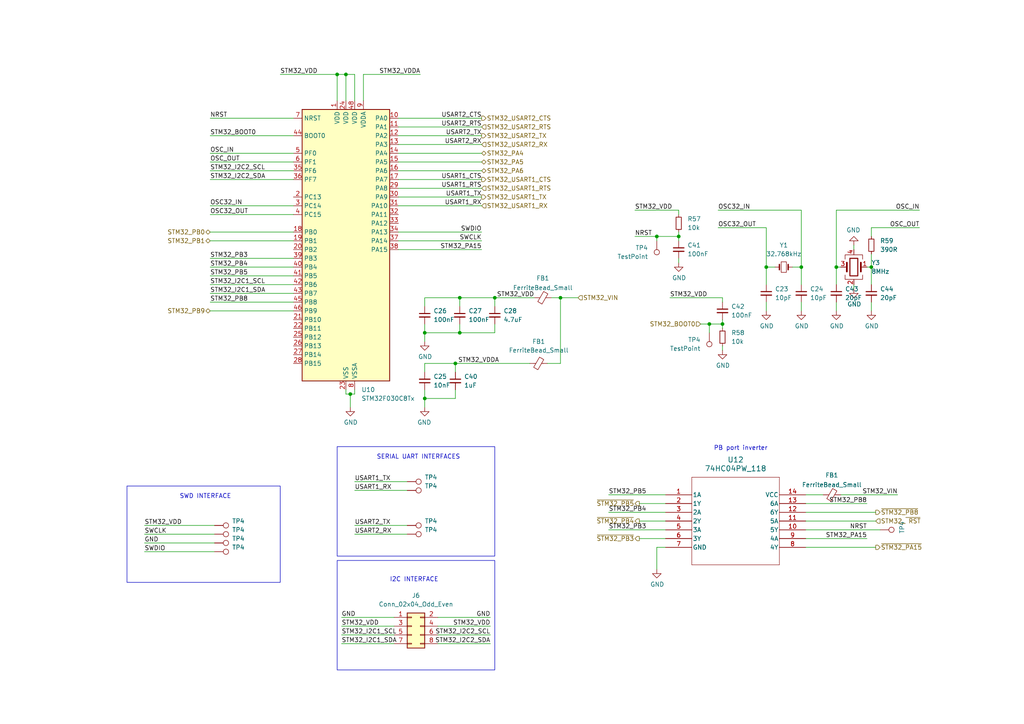
<source format=kicad_sch>
(kicad_sch (version 20230121) (generator eeschema)
  (paper "A4")
  (lib_symbols
    (symbol "2023-07-14_13-48-07:74HC04PW_118" (pin_names (offset 0.254))
      (property "Reference" "U" (at 20.32 10.16 0))
      (property "Value" "74HC04PW_118" (at 20.32 7.62 0))
      (symbol "74HC04PW_118_0_1"
        (polyline (pts (xy 7.62 -20.32) (xy 33.02 -20.32)) (stroke (width 0.127)))
        (polyline (pts (xy 7.62 5.08) (xy 7.62 -20.32)) (stroke (width 0.127)))
        (polyline (pts (xy 33.02 -20.32) (xy 33.02 5.08)) (stroke (width 0.127)))
        (polyline (pts (xy 33.02 5.08) (xy 7.62 5.08)) (stroke (width 0.127)))
        (pin input line (at 0 0 0) (length 7.62) (name "1A") (number "1"))
        (pin output line (at 40.64 -10.16 180) (length 7.62) (name "5Y") (number "10"))
        (pin input line (at 40.64 -7.62 180) (length 7.62) (name "5A") (number "11"))
        (pin output line (at 40.64 -5.08 180) (length 7.62) (name "6Y") (number "12"))
        (pin input line (at 40.64 -2.54 180) (length 7.62) (name "6A") (number "13"))
        (pin power_in line (at 40.64 0 180) (length 7.62) (name "VCC") (number "14"))
        (pin output line (at 0 -2.54 0) (length 7.62) (name "1Y") (number "2"))
        (pin input line (at 0 -5.08 0) (length 7.62) (name "2A") (number "3"))
        (pin output line (at 0 -7.62 0) (length 7.62) (name "2Y") (number "4"))
        (pin input line (at 0 -10.16 0) (length 7.62) (name "3A") (number "5"))
        (pin output line (at 0 -12.7 0) (length 7.62) (name "3Y") (number "6"))
        (pin power_out line (at 0 -15.24 0) (length 7.62) (name "GND") (number "7"))
        (pin output line (at 40.64 -15.24 180) (length 7.62) (name "4Y") (number "8"))
        (pin input line (at 40.64 -12.7 180) (length 7.62) (name "4A") (number "9"))
      )
    )
    (symbol "Connector:TestPoint" (pin_numbers hide) (pin_names (offset 0.762) hide)
      (property "Reference" "TP" (at 0 6.858 0))
      (property "Value" "TestPoint" (at 0 5.08 0))
      (symbol "TestPoint_0_1"
        (circle (center 0 3.302) (radius 0.762))
      )
      (symbol "TestPoint_1_1"
        (pin passive line (at 0 0 90) (length 2.54) (name "1") (number "1"))
      )
    )
    (symbol "Connector_Generic:Conn_02x04_Odd_Even" (pin_names (offset 1.016) hide)
      (property "Reference" "J" (at 1.27 5.08 0))
      (property "Value" "Conn_02x04_Odd_Even" (at 1.27 -7.62 0))
      (symbol "Conn_02x04_Odd_Even_1_1"
        (rectangle (start -1.27 -4.953) (end 0 -5.207) (stroke (width 0.1524)))
        (rectangle (start -1.27 -2.413) (end 0 -2.667) (stroke (width 0.1524)))
        (rectangle (start -1.27 0.127) (end 0 -0.127) (stroke (width 0.1524)))
        (rectangle (start -1.27 2.667) (end 0 2.413) (stroke (width 0.1524)))
        (rectangle (start -1.27 3.81) (end 3.81 -6.35) (stroke (width 0.254)) (fill (type background)))
        (rectangle (start 3.81 -4.953) (end 2.54 -5.207) (stroke (width 0.1524)))
        (rectangle (start 3.81 -2.413) (end 2.54 -2.667) (stroke (width 0.1524)))
        (rectangle (start 3.81 0.127) (end 2.54 -0.127) (stroke (width 0.1524)))
        (rectangle (start 3.81 2.667) (end 2.54 2.413) (stroke (width 0.1524)))
        (pin passive line (at -5.08 2.54 0) (length 3.81) (name "Pin_1") (number "1"))
        (pin passive line (at 7.62 2.54 180) (length 3.81) (name "Pin_2") (number "2"))
        (pin passive line (at -5.08 0 0) (length 3.81) (name "Pin_3") (number "3"))
        (pin passive line (at 7.62 0 180) (length 3.81) (name "Pin_4") (number "4"))
        (pin passive line (at -5.08 -2.54 0) (length 3.81) (name "Pin_5") (number "5"))
        (pin passive line (at 7.62 -2.54 180) (length 3.81) (name "Pin_6") (number "6"))
        (pin passive line (at -5.08 -5.08 0) (length 3.81) (name "Pin_7") (number "7"))
        (pin passive line (at 7.62 -5.08 180) (length 3.81) (name "Pin_8") (number "8"))
      )
    )
    (symbol "Device:C_Small" (pin_numbers hide) (pin_names (offset 0.254) hide)
      (property "Reference" "C" (at 0.254 1.778 0))
      (property "Value" "C_Small" (at 0.254 -2.032 0))
      (symbol "C_Small_0_1"
        (polyline (pts (xy -1.524 -0.508) (xy 1.524 -0.508)) (stroke (width 0.3302)))
        (polyline (pts (xy -1.524 0.508) (xy 1.524 0.508)) (stroke (width 0.3048)))
      )
      (symbol "C_Small_1_1"
        (pin passive line (at 0 2.54 270) (length 2.032) (name "~") (number "1"))
        (pin passive line (at 0 -2.54 90) (length 2.032) (name "~") (number "2"))
      )
    )
    (symbol "Device:Crystal_GND24" (pin_names (offset 1.016) hide)
      (property "Reference" "Y" (at 3.175 5.08 0))
      (property "Value" "Crystal_GND24" (at 3.175 3.175 0))
      (symbol "Crystal_GND24_0_1"
        (rectangle (start -1.143 2.54) (end 1.143 -2.54) (stroke (width 0.3048)))
        (polyline (pts (xy -2.54 0) (xy -2.032 0)))
        (polyline (pts (xy -2.032 -1.27) (xy -2.032 1.27)) (stroke (width 0.508)))
        (polyline (pts (xy 0 -3.81) (xy 0 -3.556)))
        (polyline (pts (xy 0 3.556) (xy 0 3.81)))
        (polyline (pts (xy 2.032 -1.27) (xy 2.032 1.27)) (stroke (width 0.508)))
        (polyline (pts (xy 2.032 0) (xy 2.54 0)))
        (polyline (pts (xy -2.54 -2.286) (xy -2.54 -3.556) (xy 2.54 -3.556) (xy 2.54 -2.286)))
        (polyline (pts (xy -2.54 2.286) (xy -2.54 3.556) (xy 2.54 3.556) (xy 2.54 2.286)))
      )
      (symbol "Crystal_GND24_1_1"
        (pin passive line (at -3.81 0 0) (length 1.27) (name "1") (number "1"))
        (pin passive line (at 0 5.08 270) (length 1.27) (name "2") (number "2"))
        (pin passive line (at 3.81 0 180) (length 1.27) (name "3") (number "3"))
        (pin passive line (at 0 -5.08 90) (length 1.27) (name "4") (number "4"))
      )
    )
    (symbol "Device:Crystal_Small" (pin_numbers hide) (pin_names (offset 1.016) hide)
      (property "Reference" "Y" (at 0 2.54 0))
      (property "Value" "Crystal_Small" (at 0 -2.54 0))
      (symbol "Crystal_Small_0_1"
        (rectangle (start -0.762 -1.524) (end 0.762 1.524))
        (polyline (pts (xy -1.27 -0.762) (xy -1.27 0.762)) (stroke (width 0.381)))
        (polyline (pts (xy 1.27 -0.762) (xy 1.27 0.762)) (stroke (width 0.381)))
      )
      (symbol "Crystal_Small_1_1"
        (pin passive line (at -2.54 0 0) (length 1.27) (name "1") (number "1"))
        (pin passive line (at 2.54 0 180) (length 1.27) (name "2") (number "2"))
      )
    )
    (symbol "Device:FerriteBead_Small" (pin_numbers hide) (pin_names (offset 0))
      (property "Reference" "FB" (at 1.905 1.27 0))
      (property "Value" "FerriteBead_Small" (at 1.905 -1.27 0))
      (symbol "FerriteBead_Small_0_1"
        (polyline (pts (xy 0 -1.27) (xy 0 -0.7874)))
        (polyline (pts (xy 0 0.889) (xy 0 1.2954)))
        (polyline (pts (xy -1.8288 0.2794) (xy -1.1176 1.4986) (xy 1.8288 -0.2032) (xy 1.1176 -1.4224) (xy -1.8288 0.2794)))
      )
      (symbol "FerriteBead_Small_1_1"
        (pin passive line (at 0 2.54 270) (length 1.27) (name "~") (number "1"))
        (pin passive line (at 0 -2.54 90) (length 1.27) (name "~") (number "2"))
      )
    )
    (symbol "Device:R_Small" (pin_numbers hide) (pin_names (offset 0.254) hide)
      (property "Reference" "R" (at 0.762 0.508 0))
      (property "Value" "R_Small" (at 0.762 -1.016 0))
      (symbol "R_Small_0_1"
        (rectangle (start -0.762 1.778) (end 0.762 -1.778) (stroke (width 0.2032)))
      )
      (symbol "R_Small_1_1"
        (pin passive line (at 0 2.54 270) (length 0.762) (name "~") (number "1"))
        (pin passive line (at 0 -2.54 90) (length 0.762) (name "~") (number "2"))
      )
    )
    (symbol "MCU_ST_STM32F0:STM32F030C8Tx"
      (property "Reference" "U" (at -12.7 41.91 0))
      (property "Value" "STM32F030C8Tx" (at 7.62 41.91 0))
      (symbol "STM32F030C8Tx_0_1"
        (rectangle (start -12.7 -38.1) (end 12.7 40.64) (stroke (width 0.254)) (fill (type background)))
      )
      (symbol "STM32F030C8Tx_1_1"
        (pin power_in line (at -2.54 43.18 270) (length 2.54) (name "VDD") (number "1"))
        (pin bidirectional line (at 15.24 38.1 180) (length 2.54) (name "PA0") (number "10"))
        (pin bidirectional line (at 15.24 35.56 180) (length 2.54) (name "PA1") (number "11"))
        (pin bidirectional line (at 15.24 33.02 180) (length 2.54) (name "PA2") (number "12"))
        (pin bidirectional line (at 15.24 30.48 180) (length 2.54) (name "PA3") (number "13"))
        (pin bidirectional line (at 15.24 27.94 180) (length 2.54) (name "PA4") (number "14"))
        (pin bidirectional line (at 15.24 25.4 180) (length 2.54) (name "PA5") (number "15"))
        (pin bidirectional line (at 15.24 22.86 180) (length 2.54) (name "PA6") (number "16"))
        (pin bidirectional line (at 15.24 20.32 180) (length 2.54) (name "PA7") (number "17"))
        (pin bidirectional line (at -15.24 5.08 0) (length 2.54) (name "PB0") (number "18"))
        (pin bidirectional line (at -15.24 2.54 0) (length 2.54) (name "PB1") (number "19"))
        (pin bidirectional line (at -15.24 15.24 0) (length 2.54) (name "PC13") (number "2"))
        (pin bidirectional line (at -15.24 0 0) (length 2.54) (name "PB2") (number "20"))
        (pin bidirectional line (at -15.24 -20.32 0) (length 2.54) (name "PB10") (number "21"))
        (pin bidirectional line (at -15.24 -22.86 0) (length 2.54) (name "PB11") (number "22"))
        (pin power_in line (at 0 -40.64 90) (length 2.54) (name "VSS") (number "23"))
        (pin power_in line (at 0 43.18 270) (length 2.54) (name "VDD") (number "24"))
        (pin bidirectional line (at -15.24 -25.4 0) (length 2.54) (name "PB12") (number "25"))
        (pin bidirectional line (at -15.24 -27.94 0) (length 2.54) (name "PB13") (number "26"))
        (pin bidirectional line (at -15.24 -30.48 0) (length 2.54) (name "PB14") (number "27"))
        (pin bidirectional line (at -15.24 -33.02 0) (length 2.54) (name "PB15") (number "28"))
        (pin bidirectional line (at 15.24 17.78 180) (length 2.54) (name "PA8") (number "29"))
        (pin bidirectional line (at -15.24 12.7 0) (length 2.54) (name "PC14") (number "3"))
        (pin bidirectional line (at 15.24 15.24 180) (length 2.54) (name "PA9") (number "30"))
        (pin bidirectional line (at 15.24 12.7 180) (length 2.54) (name "PA10") (number "31"))
        (pin bidirectional line (at 15.24 10.16 180) (length 2.54) (name "PA11") (number "32"))
        (pin bidirectional line (at 15.24 7.62 180) (length 2.54) (name "PA12") (number "33"))
        (pin bidirectional line (at 15.24 5.08 180) (length 2.54) (name "PA13") (number "34"))
        (pin bidirectional line (at -15.24 22.86 0) (length 2.54) (name "PF6") (number "35"))
        (pin bidirectional line (at -15.24 20.32 0) (length 2.54) (name "PF7") (number "36"))
        (pin bidirectional line (at 15.24 2.54 180) (length 2.54) (name "PA14") (number "37"))
        (pin bidirectional line (at 15.24 0 180) (length 2.54) (name "PA15") (number "38"))
        (pin bidirectional line (at -15.24 -2.54 0) (length 2.54) (name "PB3") (number "39"))
        (pin bidirectional line (at -15.24 10.16 0) (length 2.54) (name "PC15") (number "4"))
        (pin bidirectional line (at -15.24 -5.08 0) (length 2.54) (name "PB4") (number "40"))
        (pin bidirectional line (at -15.24 -7.62 0) (length 2.54) (name "PB5") (number "41"))
        (pin bidirectional line (at -15.24 -10.16 0) (length 2.54) (name "PB6") (number "42"))
        (pin bidirectional line (at -15.24 -12.7 0) (length 2.54) (name "PB7") (number "43"))
        (pin input line (at -15.24 33.02 0) (length 2.54) (name "BOOT0") (number "44"))
        (pin bidirectional line (at -15.24 -15.24 0) (length 2.54) (name "PB8") (number "45"))
        (pin bidirectional line (at -15.24 -17.78 0) (length 2.54) (name "PB9") (number "46"))
        (pin passive line (at 0 -40.64 90) (length 2.54) hide (name "VSS") (number "47"))
        (pin power_in line (at 2.54 43.18 270) (length 2.54) (name "VDD") (number "48"))
        (pin bidirectional line (at -15.24 27.94 0) (length 2.54) (name "PF0") (number "5"))
        (pin bidirectional line (at -15.24 25.4 0) (length 2.54) (name "PF1") (number "6"))
        (pin input line (at -15.24 38.1 0) (length 2.54) (name "NRST") (number "7"))
        (pin power_in line (at 2.54 -40.64 90) (length 2.54) (name "VSSA") (number "8"))
        (pin power_in line (at 5.08 43.18 270) (length 2.54) (name "VDDA") (number "9"))
      )
    )
    (symbol "power:GND" (power) (pin_names (offset 0))
      (property "Value" "GND" (at 0 -3.81 0))
      (symbol "GND_0_1"
        (polyline (pts (xy 0 0) (xy 0 -1.27) (xy 1.27 -1.27) (xy 0 -2.54) (xy -1.27 -1.27) (xy 0 -1.27)))
      )
      (symbol "GND_1_1"
        (pin power_in line (at 0 0 270) (length 0) hide (name "GND") (number "1"))
      )
    )
  )
  (junction (at 196.85 68.58))
  (junction (at 222.25 77.47))
  (junction (at 123.19 96.52))
  (junction (at 100.33 21.59))
  (junction (at 123.19 115.57))
  (junction (at 252.73 77.47))
  (junction (at 132.08 105.41))
  (junction (at 205.74 93.98))
  (junction (at 242.57 77.47))
  (junction (at 133.35 96.52))
  (junction (at 209.55 93.98))
  (junction (at 97.79 21.59))
  (junction (at 133.35 86.36))
  (junction (at 101.6 114.3))
  (junction (at 162.56 86.36))
  (junction (at 143.51 86.36))
  (junction (at 190.5 68.58))
  (junction (at 232.41 77.47))
  (wire (pts (xy 252.73 77.47) (xy 252.73 82.55)))
  (wire (pts (xy 233.68 148.59) (xy 254 148.59)))
  (wire (pts (xy 102.87 154.94) (xy 118.11 154.94)))
  (wire (pts (xy 139.7 57.15) (xy 115.57 57.15)))
  (wire (pts (xy 139.7 39.37) (xy 115.57 39.37)))
  (wire (pts (xy 233.68 153.67) (xy 255.27 153.67)))
  (wire (pts (xy 123.19 96.52) (xy 133.35 96.52)))
  (wire (pts (xy 60.96 52.07) (xy 85.09 52.07)))
  (wire (pts (xy 139.7 34.29) (xy 115.57 34.29)))
  (wire (pts (xy 205.74 93.98) (xy 205.74 96.52)))
  (wire (pts (xy 196.85 62.23) (xy 196.85 60.96)))
  (wire (pts (xy 105.41 21.59) (xy 105.41 29.21)))
  (wire (pts (xy 196.85 74.93) (xy 196.85 76.2)))
  (wire (pts (xy 266.7 66.04) (xy 252.73 66.04)))
  (wire (pts (xy 99.06 186.69) (xy 114.3 186.69)))
  (wire (pts (xy 209.55 87.63) (xy 209.55 86.36)))
  (wire (pts (xy 41.91 157.48) (xy 62.23 157.48)))
  (wire (pts (xy 100.33 29.21) (xy 100.33 21.59)))
  (wire (pts (xy 123.19 93.98) (xy 123.19 96.52)))
  (wire (pts (xy 60.96 49.53) (xy 85.09 49.53)))
  (wire (pts (xy 160.02 86.36) (xy 162.56 86.36)))
  (wire (pts (xy 196.85 67.31) (xy 196.85 68.58)))
  (wire (pts (xy 41.91 160.02) (xy 62.23 160.02)))
  (wire (pts (xy 209.55 100.33) (xy 209.55 101.6)))
  (wire (pts (xy 185.42 146.05) (xy 193.04 146.05)))
  (wire (pts (xy 251.46 156.21) (xy 233.68 156.21)))
  (wire (pts (xy 184.15 68.58) (xy 190.5 68.58)))
  (wire (pts (xy 209.55 93.98) (xy 209.55 95.25)))
  (wire (pts (xy 142.24 181.61) (xy 127 181.61)))
  (wire (pts (xy 60.96 87.63) (xy 85.09 87.63)))
  (wire (pts (xy 115.57 46.99) (xy 139.7 46.99)))
  (wire (pts (xy 242.57 60.96) (xy 242.57 77.47)))
  (wire (pts (xy 203.2 93.98) (xy 205.74 93.98)))
  (wire (pts (xy 132.08 115.57) (xy 132.08 113.03)))
  (wire (pts (xy 123.19 115.57) (xy 132.08 115.57)))
  (wire (pts (xy 209.55 92.71) (xy 209.55 93.98)))
  (wire (pts (xy 232.41 82.55) (xy 232.41 77.47)))
  (wire (pts (xy 133.35 86.36) (xy 133.35 88.9)))
  (wire (pts (xy 184.15 60.96) (xy 196.85 60.96)))
  (wire (pts (xy 123.19 96.52) (xy 123.19 99.06)))
  (wire (pts (xy 222.25 82.55) (xy 222.25 77.47)))
  (wire (pts (xy 162.56 86.36) (xy 167.64 86.36)))
  (wire (pts (xy 102.87 142.24) (xy 118.11 142.24)))
  (wire (pts (xy 247.65 82.55) (xy 247.65 83.82)))
  (wire (pts (xy 97.79 21.59) (xy 100.33 21.59)))
  (wire (pts (xy 247.65 71.12) (xy 247.65 72.39)))
  (wire (pts (xy 139.7 41.91) (xy 115.57 41.91)))
  (wire (pts (xy 193.04 158.75) (xy 190.5 158.75)))
  (wire (pts (xy 60.96 46.99) (xy 85.09 46.99)))
  (wire (pts (xy 252.73 66.04) (xy 252.73 68.58)))
  (wire (pts (xy 60.96 59.69) (xy 85.09 59.69)))
  (wire (pts (xy 132.08 105.41) (xy 123.19 105.41)))
  (wire (pts (xy 102.87 152.4) (xy 118.11 152.4)))
  (wire (pts (xy 132.08 107.95) (xy 132.08 105.41)))
  (wire (pts (xy 102.87 114.3) (xy 102.87 113.03)))
  (wire (pts (xy 232.41 77.47) (xy 229.87 77.47)))
  (wire (pts (xy 139.7 36.83) (xy 115.57 36.83)))
  (wire (pts (xy 101.6 114.3) (xy 102.87 114.3)))
  (wire (pts (xy 99.06 179.07) (xy 114.3 179.07)))
  (wire (pts (xy 233.68 158.75) (xy 254 158.75)))
  (wire (pts (xy 222.25 87.63) (xy 222.25 90.17)))
  (wire (pts (xy 101.6 114.3) (xy 101.6 118.11)))
  (wire (pts (xy 222.25 66.04) (xy 208.28 66.04)))
  (wire (pts (xy 99.06 184.15) (xy 114.3 184.15)))
  (wire (pts (xy 176.53 148.59) (xy 193.04 148.59)))
  (wire (pts (xy 242.57 77.47) (xy 242.57 82.55)))
  (wire (pts (xy 143.51 86.36) (xy 133.35 86.36)))
  (wire (pts (xy 133.35 86.36) (xy 123.19 86.36)))
  (wire (pts (xy 142.24 179.07) (xy 127 179.07)))
  (wire (pts (xy 205.74 93.98) (xy 209.55 93.98)))
  (wire (pts (xy 102.87 139.7) (xy 118.11 139.7)))
  (wire (pts (xy 115.57 44.45) (xy 139.7 44.45)))
  (wire (pts (xy 60.96 67.31) (xy 85.09 67.31)))
  (wire (pts (xy 190.5 68.58) (xy 196.85 68.58)))
  (wire (pts (xy 99.06 181.61) (xy 114.3 181.61)))
  (wire (pts (xy 142.24 186.69) (xy 127 186.69)))
  (wire (pts (xy 196.85 68.58) (xy 196.85 69.85)))
  (wire (pts (xy 60.96 69.85) (xy 85.09 69.85)))
  (wire (pts (xy 133.35 96.52) (xy 143.51 96.52)))
  (wire (pts (xy 194.31 86.36) (xy 209.55 86.36)))
  (wire (pts (xy 60.96 82.55) (xy 85.09 82.55)))
  (wire (pts (xy 139.7 72.39) (xy 115.57 72.39)))
  (wire (pts (xy 242.57 77.47) (xy 243.84 77.47)))
  (wire (pts (xy 60.96 80.01) (xy 85.09 80.01)))
  (wire (pts (xy 252.73 87.63) (xy 252.73 90.17)))
  (wire (pts (xy 100.33 21.59) (xy 102.87 21.59)))
  (wire (pts (xy 139.7 52.07) (xy 115.57 52.07)))
  (wire (pts (xy 176.53 143.51) (xy 193.04 143.51)))
  (wire (pts (xy 60.96 90.17) (xy 85.09 90.17)))
  (wire (pts (xy 190.5 68.58) (xy 190.5 69.85)))
  (wire (pts (xy 232.41 60.96) (xy 232.41 77.47)))
  (wire (pts (xy 185.42 151.13) (xy 193.04 151.13)))
  (wire (pts (xy 100.33 114.3) (xy 101.6 114.3)))
  (wire (pts (xy 139.7 67.31) (xy 115.57 67.31)))
  (wire (pts (xy 115.57 49.53) (xy 139.7 49.53)))
  (wire (pts (xy 60.96 62.23) (xy 85.09 62.23)))
  (wire (pts (xy 252.73 73.66) (xy 252.73 77.47)))
  (wire (pts (xy 41.91 154.94) (xy 62.23 154.94)))
  (wire (pts (xy 139.7 69.85) (xy 115.57 69.85)))
  (wire (pts (xy 243.84 143.51) (xy 260.35 143.51)))
  (wire (pts (xy 176.53 153.67) (xy 193.04 153.67)))
  (wire (pts (xy 60.96 44.45) (xy 85.09 44.45)))
  (wire (pts (xy 133.35 93.98) (xy 133.35 96.52)))
  (wire (pts (xy 123.19 113.03) (xy 123.19 115.57)))
  (wire (pts (xy 162.56 105.41) (xy 162.56 86.36)))
  (wire (pts (xy 123.19 105.41) (xy 123.19 107.95)))
  (wire (pts (xy 81.28 21.59) (xy 97.79 21.59)))
  (wire (pts (xy 60.96 34.29) (xy 85.09 34.29)))
  (wire (pts (xy 100.33 113.03) (xy 100.33 114.3)))
  (wire (pts (xy 123.19 86.36) (xy 123.19 88.9)))
  (wire (pts (xy 139.7 59.69) (xy 115.57 59.69)))
  (wire (pts (xy 158.75 105.41) (xy 162.56 105.41)))
  (wire (pts (xy 251.46 77.47) (xy 252.73 77.47)))
  (wire (pts (xy 232.41 87.63) (xy 232.41 90.17)))
  (wire (pts (xy 222.25 77.47) (xy 224.79 77.47)))
  (wire (pts (xy 60.96 74.93) (xy 85.09 74.93)))
  (wire (pts (xy 102.87 29.21) (xy 102.87 21.59)))
  (wire (pts (xy 121.92 21.59) (xy 105.41 21.59)))
  (wire (pts (xy 123.19 115.57) (xy 123.19 118.11)))
  (wire (pts (xy 60.96 85.09) (xy 85.09 85.09)))
  (wire (pts (xy 41.91 152.4) (xy 62.23 152.4)))
  (wire (pts (xy 142.24 184.15) (xy 127 184.15)))
  (wire (pts (xy 139.7 54.61) (xy 115.57 54.61)))
  (wire (pts (xy 185.42 156.21) (xy 193.04 156.21)))
  (wire (pts (xy 242.57 87.63) (xy 242.57 90.17)))
  (wire (pts (xy 153.67 105.41) (xy 132.08 105.41)))
  (wire (pts (xy 242.57 60.96) (xy 266.7 60.96)))
  (wire (pts (xy 154.94 86.36) (xy 143.51 86.36)))
  (wire (pts (xy 233.68 146.05) (xy 251.46 146.05)))
  (wire (pts (xy 233.68 143.51) (xy 238.76 143.51)))
  (wire (pts (xy 208.28 60.96) (xy 232.41 60.96)))
  (wire (pts (xy 60.96 39.37) (xy 85.09 39.37)))
  (wire (pts (xy 222.25 66.04) (xy 222.25 77.47)))
  (wire (pts (xy 97.79 21.59) (xy 97.79 29.21)))
  (wire (pts (xy 143.51 88.9) (xy 143.51 86.36)))
  (wire (pts (xy 233.68 151.13) (xy 254 151.13)))
  (wire (pts (xy 143.51 96.52) (xy 143.51 93.98)))
  (wire (pts (xy 60.96 77.47) (xy 85.09 77.47)))
  (wire (pts (xy 190.5 158.75) (xy 190.5 165.1)))
  (rectangle (start 97.79 162.56) (end 143.51 194.31))
  (rectangle (start 97.79 129.54) (end 143.51 161.29))
  (rectangle (start 36.83 140.97) (end 81.28 168.91))
  (text "SERIAL UART INTERFACES" (at 109.22 133.35 0) (effects (font (size 1.27 1.27)) (justify left bottom)))
  (text "PB port inverter" (at 207.01 130.81 0) (effects (font (size 1.27 1.27)) (justify left bottom)))
  (text "SWD INTERFACE" (at 52.07 144.78 0) (effects (font (size 1.27 1.27)) (justify left bottom)))
  (text "I2C INTERFACE" (at 113.03 168.91 0) (effects (font (size 1.27 1.27)) (justify left bottom)))
  (label "USART1_RX" (at 102.87 142.24 0))
  (label "USART2_RTS" (at 139.7 36.83 180))
  (label "STM32_PB5" (at 176.53 143.51 0))
  (label "STM32_I2C1_SDA" (at 99.06 186.69 0))
  (label "NRST" (at 60.96 34.29 0))
  (label "STM32_I2C2_SDA" (at 142.24 186.69 180))
  (label "STM32_PB8" (at 60.96 87.63 0))
  (label "STM32_PA15" (at 251.46 156.21 180))
  (label "OSC32_IN" (at 60.96 59.69 0))
  (label "USART2_TX" (at 139.7 39.37 180))
  (label "STM32_VDD" (at 81.28 21.59 0))
  (label "OSC_IN" (at 266.7 60.96 180))
  (label "STM32_VDD" (at 184.15 60.96 0))
  (label "STM32_PB3" (at 176.53 153.67 0))
  (label "NRST" (at 184.15 68.58 0))
  (label "STM32_BOOT0" (at 60.96 39.37 0))
  (label "USART1_CTS" (at 139.7 52.07 180))
  (label "STM32_VDD" (at 41.91 152.4 0))
  (label "OSC32_OUT" (at 60.96 62.23 0))
  (label "USART1_TX" (at 139.7 57.15 180))
  (label "STM32_VDD" (at 142.24 181.61 180))
  (label "STM32_VDDA" (at 121.92 21.59 180))
  (label "STM32_PB8" (at 251.46 146.05 180))
  (label "STM32_I2C1_SCL" (at 60.96 82.55 0))
  (label "STM32_VIN" (at 260.35 143.51 180))
  (label "STM32_I2C1_SDA" (at 60.96 85.09 0))
  (label "USART2_CTS" (at 139.7 34.29 180))
  (label "USART2_RX" (at 102.87 154.94 0))
  (label "STM32_I2C2_SDA" (at 60.96 52.07 0))
  (label "STM32_I2C1_SCL" (at 99.06 184.15 0))
  (label "SWDIO" (at 41.91 160.02 0))
  (label "USART1_RX" (at 139.7 59.69 180))
  (label "OSC_OUT" (at 266.7 66.04 180))
  (label "STM32_I2C2_SCL" (at 60.96 49.53 0))
  (label "USART1_RTS" (at 139.7 54.61 180))
  (label "USART2_TX" (at 102.87 152.4 0))
  (label "NRST" (at 251.46 153.67 180))
  (label "STM32_VDDA" (at 144.78 105.41 180))
  (label "SWCLK" (at 139.7 69.85 180))
  (label "GND" (at 142.24 179.07 180))
  (label "OSC32_IN" (at 208.28 60.96 0))
  (label "STM32_I2C2_SCL" (at 142.24 184.15 180))
  (label "STM32_PB3" (at 60.96 74.93 0))
  (label "OSC_OUT" (at 60.96 46.99 0))
  (label "STM32_VDD" (at 194.31 86.36 0))
  (label "STM32_PB5" (at 60.96 80.01 0))
  (label "STM32_VDD" (at 154.94 86.36 180))
  (label "USART1_TX" (at 102.87 139.7 0))
  (label "GND" (at 41.91 157.48 0))
  (label "OSC_IN" (at 60.96 44.45 0))
  (label "SWCLK" (at 41.91 154.94 0))
  (label "STM32_PB4" (at 176.53 148.59 0))
  (label "SWDIO" (at 139.7 67.31 180))
  (label "GND" (at 99.06 179.07 0))
  (label "STM32_VDD" (at 99.06 181.61 0))
  (label "USART2_RX" (at 139.7 41.91 180))
  (label "STM32_PA15" (at 139.7 72.39 180))
  (label "STM32_PB4" (at 60.96 77.47 0))
  (label "OSC32_OUT" (at 208.28 66.04 0))
  (hierarchical_label "STM32_PA6" (shape bidirectional) (at 139.7 49.53 0))
  (hierarchical_label "~{STM32_PB5}" (shape output) (at 185.42 146.05 180))
  (hierarchical_label "STM32_USART1_CTS" (shape output) (at 139.7 52.07 0))
  (hierarchical_label "STM32_PB1" (shape bidirectional) (at 60.96 69.85 180))
  (hierarchical_label "STM32_USART2_RTS" (shape input) (at 139.7 36.83 0))
  (hierarchical_label "STM32_USART2_TX" (shape output) (at 139.7 39.37 0))
  (hierarchical_label "~{STM32_PB4}" (shape output) (at 185.42 151.13 180))
  (hierarchical_label "STM32_USART2_RX" (shape input) (at 139.7 41.91 0))
  (hierarchical_label "STM32_VIN" (shape input) (at 167.64 86.36 0))
  (hierarchical_label "STM32_PA4" (shape bidirectional) (at 139.7 44.45 0))
  (hierarchical_label "~{STM32_PB3}" (shape output) (at 185.42 156.21 180))
  (hierarchical_label "STM32_USART1_RTS" (shape input) (at 139.7 54.61 0))
  (hierarchical_label "STM32_PB9" (shape bidirectional) (at 60.96 90.17 180))
  (hierarchical_label "STM32_USART2_CTS" (shape output) (at 139.7 34.29 0))
  (hierarchical_label "STM32_BOOT0" (shape input) (at 203.2 93.98 180))
  (hierarchical_label "~{STM32_PA15}" (shape output) (at 254 158.75 0))
  (hierarchical_label "STM32_USART1_TX" (shape output) (at 139.7 57.15 0))
  (hierarchical_label "STM32_~{ RST}" (shape input) (at 254 151.13 0))
  (hierarchical_label "STM32_USART1_RX" (shape input) (at 139.7 59.69 0))
  (hierarchical_label "STM32_PB0" (shape bidirectional) (at 60.96 67.31 180))
  (hierarchical_label "STM32_PA5" (shape bidirectional) (at 139.7 46.99 0))
  (hierarchical_label "~{STM32_PB8}" (shape output) (at 254 148.59 0))
  (symbol (lib_id "Device:C_Small") (at 222.25 85.09 0) (unit 1)
    (property "Reference" "C23" (at 224.79 83.8263 0) (effects (justify left)))
    (property "Value" "10pF" (at 224.79 86.3663 0) (effects (justify left)))
    (property "Footprint" "Capacitor_SMD:C_0402_1005Metric" (effects hide))
    (instances (project "macunaima_rev1" (path "" (reference "C23") (unit 1)) (path "" (reference "C41") (unit 1))))
  )
  (symbol (lib_id "Device:C_Small") (at 242.57 85.09 0) (unit 1)
    (property "Reference" "C43" (at 245.11 83.8263 0) (effects (justify left)))
    (property "Value" "20pF" (at 245.11 86.3663 0) (effects (justify left)))
    (property "Footprint" "Capacitor_SMD:C_0402_1005Metric" (effects hide))
  )
  (symbol (lib_id "Device:C_Small") (at 143.51 91.44 0) (unit 1)
    (property "Reference" "C28" (at 146.05 90.1763 0) (effects (justify left)))
    (property "Value" "4.7uF" (at 146.05 92.7163 0) (effects (justify left)))
    (property "Footprint" "Capacitor_SMD:C_0402_1005Metric" (effects hide))
    (instances (project "macunaima_rev1" (path "" (reference "C28") (unit 1)) (path "" (reference "C27") (unit 1))))
  )
  (symbol (lib_id "Device:R_Small") (at 252.73 71.12 0) (unit 1)
    (property "Reference" "R59" (at 255.27 69.85 0) (effects (justify left)))
    (property "Value" "390R" (at 255.27 72.39 0) (effects (justify left)))
    (property "Footprint" "Resistor_SMD:R_0402_1005Metric" (effects hide))
    (instances (project "macunaima_rev1" (path "" (reference "R59") (unit 1)) (path "" (reference "R47") (unit 1))))
  )
  (symbol (lib_id "power:GND") (at 196.85 76.2 0) (unit 1)
    (property "Reference" "#PWR028" (effects hide))
    (property "Value" "GND" (at 196.977 80.5942 0))
    (instances (project "macunaima_rev1" (path "" (reference "#PWR028") (unit 1)) (path "" (reference "#PWR013") (unit 1))))
  )
  (symbol (lib_id "Connector:TestPoint") (at 190.5 69.85 0) (mirror x) (unit 1)
    (property "Reference" "TP4" (at 187.96 71.882 0) (effects (justify right)))
    (property "Value" "TestPoint" (at 187.96 74.422 0) (effects (justify right)))
    (property "Footprint" "TestPoint:TestPoint_Pad_D1.0mm" (effects hide))
    (instances (project "macunaima_rev1" (path "" (reference "TP4") (unit 1)) (path "" (reference "TP9") (unit 1))))
  )
  (symbol (lib_id "Connector:TestPoint") (at 118.11 142.24 270) (mirror x) (unit 1)
    (property "Reference" "TP4" (at 123.19 140.97 90) (effects (justify left)))
    (property "Value" "TestPoint" (effects hide))
    (property "Footprint" "TestPoint:TestPoint_Pad_D1.0mm" (effects hide))
    (instances (project "macunaima_rev1" (path "" (reference "TP4") (unit 1)) (path "" (reference "TP27") (unit 1))))
  )
  (symbol (lib_id "Device:C_Small") (at 132.08 110.49 0) (unit 1)
    (property "Reference" "C40" (at 134.62 109.2263 0) (effects (justify left)))
    (property "Value" "1uF" (at 134.62 111.7663 0) (effects (justify left)))
    (property "Footprint" "Capacitor_SMD:C_0402_1005Metric" (effects hide))
    (instances (project "macunaima_rev1" (path "" (reference "C40") (unit 1)) (path "" (reference "C25") (unit 1))))
  )
  (symbol (lib_id "Connector:TestPoint") (at 118.11 152.4 270) (mirror x) (unit 1)
    (property "Reference" "TP4" (at 123.19 151.13 90) (effects (justify left)))
    (property "Value" "TestPoint" (effects hide))
    (property "Footprint" "TestPoint:TestPoint_Pad_D1.0mm" (effects hide))
    (instances (project "macunaima_rev1" (path "" (reference "TP4") (unit 1)) (path "" (reference "TP28") (unit 1))))
  )
  (symbol (lib_id "power:GND") (at 232.41 90.17 0) (unit 1)
    (property "Reference" "#PWR02" (effects hide))
    (property "Value" "GND" (at 232.537 94.5642 0))
    (instances (project "macunaima_rev1" (path "" (reference "#PWR02") (unit 1)) (path "" (reference "#PWR030") (unit 1))))
  )
  (symbol (lib_id "Device:FerriteBead_Small") (at 157.48 86.36 90) (unit 1)
    (property "Reference" "FB1" (at 157.4419 80.6917 90))
    (property "Value" "FerriteBead_Small" (at 157.4419 83.4668 90))
    (property "Footprint" "Inductor_SMD:L_0402_1005Metric" (effects hide))
    (property "Datasheet" "https://datasheet.lcsc.com/lcsc/1810311724_TDK-MPZ1005S100CT000_C275476.pdf" (effects hide))
    (property "LCSC Part" "C275476" (effects hide))
    (instances (project "macunaima_rev1" (path "" (reference "FB1") (unit 1)) (path "" (reference "FB3") (unit 1)) (path "" (reference "FB4") (unit 1))))
  )
  (symbol (lib_id "Device:Crystal_Small") (at 227.33 77.47 0) (unit 1)
    (property "Reference" "Y1" (at 227.33 71.12 0))
    (property "Value" "32.768kHz" (at 227.33 73.66 0))
    (property "Footprint" "Crystal:Crystal_SMD_3215-2Pin_3.2x1.5mm" (effects hide))
    (property "LCSC Part" "C32346" (effects hide))
  )
  (symbol (lib_id "Device:C_Small") (at 196.85 72.39 0) (unit 1)
    (property "Reference" "C41" (at 199.39 71.1263 0) (effects (justify left)))
    (property "Value" "100nF" (at 199.39 73.6663 0) (effects (justify left)))
    (property "Footprint" "Capacitor_SMD:C_0402_1005Metric" (effects hide))
    (instances (project "macunaima_rev1" (path "" (reference "C41") (unit 1)) (path "" (reference "C28") (unit 1))))
  )
  (symbol (lib_id "power:GND") (at 242.57 90.17 0) (unit 1)
    (property "Reference" "#PWR031" (effects hide))
    (property "Value" "GND" (at 242.697 94.5642 0))
  )
  (symbol (lib_id "Connector:TestPoint") (at 118.11 139.7 270) (mirror x) (unit 1)
    (property "Reference" "TP4" (at 123.19 138.43 90) (effects (justify left)))
    (property "Value" "TestPoint" (effects hide))
    (property "Footprint" "TestPoint:TestPoint_Pad_D1.0mm" (effects hide))
    (instances (project "macunaima_rev1" (path "" (reference "TP4") (unit 1)) (path "" (reference "TP26") (unit 1))))
  )
  (symbol (lib_id "MCU_ST_STM32F0:STM32F030C8Tx") (at 100.33 72.39 0) (unit 1)
    (property "Reference" "U10" (at 104.8259 113.03 0) (effects (justify left)))
    (property "Value" "STM32F030C8Tx" (at 104.8259 115.57 0) (effects (justify left)))
    (property "Footprint" "Package_QFP:LQFP-48_7x7mm_P0.5mm" (effects hide))
    (property "Datasheet" "https://www.st.com/resource/en/datasheet/stm32f030c8.pdf" (effects hide))
    (instances (project "macunaima_rev1" (path "" (reference "U10") (unit 1)) (path "" (reference "U5") (unit 1))))
  )
  (symbol (lib_id "Connector:TestPoint") (at 205.74 96.52 0) (mirror x) (unit 1)
    (property "Reference" "TP4" (at 203.2 98.552 0) (effects (justify right)))
    (property "Value" "TestPoint" (at 203.2 101.092 0) (effects (justify right)))
    (property "Footprint" "TestPoint:TestPoint_Pad_D1.0mm" (effects hide))
  )
  (symbol (lib_id "power:GND") (at 252.73 90.17 0) (unit 1)
    (property "Reference" "#PWR032" (effects hide))
    (property "Value" "GND" (at 252.857 94.5642 0))
  )
  (symbol (lib_id "power:GND") (at 123.19 99.06 0) (unit 1)
    (property "Reference" "#PWR013" (effects hide))
    (property "Value" "GND" (at 123.317 103.4542 0))
    (instances (project "macunaima_rev1" (path "" (reference "#PWR013") (unit 1)) (path "" (reference "#PWR02") (unit 1))))
  )
  (symbol (lib_id "Connector:TestPoint") (at 62.23 152.4 270) (mirror x) (unit 1)
    (property "Reference" "TP4" (at 67.31 151.13 90) (effects (justify left)))
    (property "Value" "TestPoint" (effects hide))
    (property "Footprint" "TestPoint:TestPoint_Pad_D1.0mm" (effects hide))
    (instances (project "macunaima_rev1" (path "" (reference "TP4") (unit 1)) (path "" (reference "TP19") (unit 1))))
  )
  (symbol (lib_id "Connector:TestPoint") (at 255.27 153.67 270) (mirror x) (unit 1)
    (property "Reference" "TP4" (at 261.62 151.13 0) (effects (justify right)))
    (property "Value" "TestPoint" (effects hide))
    (property "Footprint" "TestPoint:TestPoint_Pad_D1.0mm" (effects hide))
    (instances (project "macunaima_rev1" (path "" (reference "TP4") (unit 1)) (path "" (reference "TP8") (unit 1)) (path "" (reference "TP8") (unit 1))))
  )
  (symbol (lib_id "Device:FerriteBead_Small") (at 241.3 143.51 90) (unit 1)
    (property "Reference" "FB1" (at 241.2619 137.8417 90))
    (property "Value" "FerriteBead_Small" (at 241.2619 140.6168 90))
    (property "Footprint" "Inductor_SMD:L_0402_1005Metric" (effects hide))
    (property "Datasheet" "https://datasheet.lcsc.com/lcsc/1810311724_TDK-MPZ1005S100CT000_C275476.pdf" (effects hide))
    (property "LCSC Part" "C275476" (effects hide))
    (instances (project "macunaima_rev1" (path "" (reference "FB1") (unit 1)) (path "" (reference "FB3") (unit 1)) (path "" (reference "FB6") (unit 1))))
  )
  (symbol (lib_id "power:GND") (at 190.5 165.1 0) (unit 1)
    (property "Reference" "#PWR030" (effects hide))
    (property "Value" "GND" (at 190.627 169.4942 0))
    (instances (project "macunaima_rev1" (path "" (reference "#PWR030") (unit 1)) (path "" (reference "#PWR057") (unit 1))))
  )
  (symbol (lib_id "Device:C_Small") (at 123.19 91.44 0) (unit 1)
    (property "Reference" "C26" (at 125.73 90.1763 0) (effects (justify left)))
    (property "Value" "100nF" (at 125.73 92.7163 0) (effects (justify left)))
    (property "Footprint" "Capacitor_SMD:C_0402_1005Metric" (effects hide))
    (instances (project "macunaima_rev1" (path "" (reference "C26") (unit 1)) (path "" (reference "C23") (unit 1))))
  )
  (symbol (lib_id "Connector:TestPoint") (at 118.11 154.94 270) (mirror x) (unit 1)
    (property "Reference" "TP4" (at 123.19 153.67 90) (effects (justify left)))
    (property "Value" "TestPoint" (effects hide))
    (property "Footprint" "TestPoint:TestPoint_Pad_D1.0mm" (effects hide))
    (instances (project "macunaima_rev1" (path "" (reference "TP4") (unit 1)) (path "" (reference "TP29") (unit 1))))
  )
  (symbol (lib_id "Device:Crystal_GND24") (at 247.65 77.47 180) (unit 1)
    (property "Reference" "Y3" (at 252.73 76.1999 0) (effects (justify right)))
    (property "Value" "8MHz" (at 252.73 78.7399 0) (effects (justify right)))
    (property "Footprint" "Crystal:Crystal_SMD_3225-4Pin_3.2x2.5mm" (effects hide))
    (property "Datasheet" "˜" (effects hide))
    (property "LCSC Part" "C400090" (effects hide))
  )
  (symbol (lib_id "Device:C_Small") (at 123.19 110.49 180) (unit 1)
    (property "Reference" "C25" (at 125.73 109.2136 0) (effects (justify right)))
    (property "Value" "10nF" (at 125.73 111.7536 0) (effects (justify right)))
    (property "Footprint" "Capacitor_SMD:C_0402_1005Metric" (effects hide))
    (instances (project "macunaima_rev1" (path "" (reference "C25") (unit 1)) (path "" (reference "C24") (unit 1))))
  )
  (symbol (lib_id "power:GND") (at 209.55 101.6 0) (unit 1)
    (property "Reference" "#PWR030" (effects hide))
    (property "Value" "GND" (at 209.677 105.9942 0))
    (instances (project "macunaima_rev1" (path "" (reference "#PWR030") (unit 1)) (path "" (reference "#PWR017") (unit 1))))
  )
  (symbol (lib_id "Connector:TestPoint") (at 62.23 154.94 270) (mirror x) (unit 1)
    (property "Reference" "TP4" (at 67.31 153.67 90) (effects (justify left)))
    (property "Value" "TestPoint" (effects hide))
    (property "Footprint" "TestPoint:TestPoint_Pad_D1.0mm" (effects hide))
    (instances (project "macunaima_rev1" (path "" (reference "TP4") (unit 1)) (path "" (reference "TP20") (unit 1))))
  )
  (symbol (lib_id "2023-07-14_13-48-07:74HC04PW_118") (at 193.04 143.51 0) (unit 1)
    (property "Reference" "U12" (at 213.36 133.35 0) (effects (font (size 1.524 1.524))))
    (property "Value" "74HC04PW_118" (at 213.36 135.89 0) (effects (font (size 1.524 1.524))))
    (property "Footprint" "TSSOP14_74HC04_NEX" (effects hide))
    (property "Datasheet" "74HC04PW_118" (effects hide))
  )
  (symbol (lib_id "power:GND") (at 222.25 90.17 0) (unit 1)
    (property "Reference" "#PWR01" (effects hide))
    (property "Value" "GND" (at 222.377 94.5642 0))
    (instances (project "macunaima_rev1" (path "" (reference "#PWR01") (unit 1)) (path "" (reference "#PWR029") (unit 1))))
  )
  (symbol (lib_id "Device:C_Small") (at 252.73 85.09 0) (unit 1)
    (property "Reference" "C44" (at 255.27 83.8263 0) (effects (justify left)))
    (property "Value" "20pF" (at 255.27 86.3663 0) (effects (justify left)))
    (property "Footprint" "Capacitor_SMD:C_0402_1005Metric" (effects hide))
  )
  (symbol (lib_id "Device:FerriteBead_Small") (at 156.21 105.41 270) (unit 1)
    (property "Reference" "FB1" (at 156.2481 99.06 90))
    (property "Value" "FerriteBead_Small" (at 156.2481 101.6 90))
    (property "Footprint" "Inductor_SMD:L_0402_1005Metric" (effects hide))
    (property "Datasheet" "https://datasheet.lcsc.com/lcsc/1810311724_TDK-MPZ1005S100CT000_C275476.pdf" (effects hide))
    (property "LCSC Part" "C275476" (effects hide))
    (instances (project "macunaima_rev1" (path "" (reference "FB1") (unit 1)) (path "" (reference "FB4") (unit 1)) (path "" (reference "FB3") (unit 1))))
  )
  (symbol (lib_id "Device:C_Small") (at 232.41 85.09 0) (unit 1)
    (property "Reference" "C24" (at 234.95 83.8263 0) (effects (justify left)))
    (property "Value" "10pF" (at 234.95 86.3663 0) (effects (justify left)))
    (property "Footprint" "Capacitor_SMD:C_0402_1005Metric" (effects hide))
    (instances (project "macunaima_rev1" (path "" (reference "C24") (unit 1)) (path "" (reference "C42") (unit 1))))
  )
  (symbol (lib_id "power:GND") (at 101.6 118.11 0) (unit 1)
    (property "Reference" "#PWR029" (effects hide))
    (property "Value" "GND" (at 101.727 122.5042 0))
    (instances (project "macunaima_rev1" (path "" (reference "#PWR029") (unit 1)) (path "" (reference "#PWR01") (unit 1))))
  )
  (symbol (lib_id "Connector:TestPoint") (at 62.23 157.48 270) (mirror x) (unit 1)
    (property "Reference" "TP4" (at 67.31 156.21 90) (effects (justify left)))
    (property "Value" "TestPoint" (effects hide))
    (property "Footprint" "TestPoint:TestPoint_Pad_D1.0mm" (effects hide))
    (instances (project "macunaima_rev1" (path "" (reference "TP4") (unit 1)) (path "" (reference "TP21") (unit 1))))
  )
  (symbol (lib_id "Device:C_Small") (at 209.55 90.17 0) (unit 1)
    (property "Reference" "C42" (at 212.09 88.9063 0) (effects (justify left)))
    (property "Value" "100nF" (at 212.09 91.4463 0) (effects (justify left)))
    (property "Footprint" "Capacitor_SMD:C_0402_1005Metric" (effects hide))
    (instances (project "macunaima_rev1" (path "" (reference "C42") (unit 1)) (path "" (reference "C40") (unit 1))))
  )
  (symbol (lib_id "Device:R_Small") (at 209.55 97.79 0) (unit 1)
    (property "Reference" "R58" (at 212.09 96.52 0) (effects (justify left)))
    (property "Value" "10k" (at 212.09 99.06 0) (effects (justify left)))
    (property "Footprint" "Resistor_SMD:R_0402_1005Metric" (effects hide))
    (instances (project "macunaima_rev1" (path "" (reference "R58") (unit 1)) (path "" (reference "R46") (unit 1))))
  )
  (symbol (lib_id "power:GND") (at 247.65 71.12 180) (unit 1)
    (property "Reference" "#PWR032" (effects hide))
    (property "Value" "GND" (at 247.523 66.7258 0))
    (instances (project "macunaima_rev1" (path "" (reference "#PWR032") (unit 1)) (path "" (reference "#PWR027") (unit 1))))
  )
  (symbol (lib_id "Connector:TestPoint") (at 62.23 160.02 270) (mirror x) (unit 1)
    (property "Reference" "TP4" (at 67.31 158.75 90) (effects (justify left)))
    (property "Value" "TestPoint" (effects hide))
    (property "Footprint" "TestPoint:TestPoint_Pad_D1.0mm" (effects hide))
    (instances (project "macunaima_rev1" (path "" (reference "TP4") (unit 1)) (path "" (reference "TP23") (unit 1))))
  )
  (symbol (lib_id "power:GND") (at 123.19 118.11 0) (mirror y) (unit 1)
    (property "Reference" "#PWR012" (effects hide))
    (property "Value" "GND" (at 123.063 122.5042 0))
  )
  (symbol (lib_id "Connector_Generic:Conn_02x04_Odd_Even") (at 119.38 181.61 0) (unit 1)
    (property "Reference" "J6" (at 120.65 172.72 0))
    (property "Value" "Conn_02x04_Odd_Even" (at 120.65 175.26 0))
    (property "Footprint" "Connector_PinHeader_2.54mm:PinHeader_2x04_P2.54mm_Vertical" (effects hide))
    (instances (project "macunaima_rev1" (path "" (reference "J6") (unit 1)) (path "" (reference "J8") (unit 1))))
  )
  (symbol (lib_id "Device:R_Small") (at 196.85 64.77 0) (unit 1)
    (property "Reference" "R57" (at 199.39 63.5 0) (effects (justify left)))
    (property "Value" "10k" (at 199.39 66.04 0) (effects (justify left)))
    (property "Footprint" "Resistor_SMD:R_0402_1005Metric" (effects hide))
    (instances (project "macunaima_rev1" (path "" (reference "R57") (unit 1)) (path "" (reference "R40") (unit 1))))
  )
  (symbol (lib_id "Device:C_Small") (at 133.35 91.44 0) (unit 1)
    (property "Reference" "C27" (at 135.89 90.1763 0) (effects (justify left)))
    (property "Value" "100nF" (at 135.89 92.7163 0) (effects (justify left)))
    (property "Footprint" "Capacitor_SMD:C_0402_1005Metric" (effects hide))
    (instances (project "macunaima_rev1" (path "" (reference "C27") (unit 1)) (path "" (reference "C26") (unit 1))))
  )
  (symbol (lib_id "power:GND") (at 247.65 83.82 0) (unit 1)
    (property "Reference" "#PWR032" (effects hide))
    (property "Value" "GND" (at 247.777 88.2142 0))
    (instances (project "macunaima_rev1" (path "" (reference "#PWR032") (unit 1)) (path "" (reference "#PWR056") (unit 1))))
  )
)
</source>
